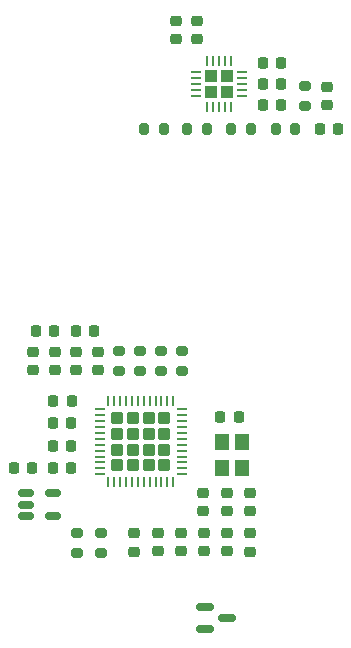
<source format=gbr>
%TF.GenerationSoftware,KiCad,Pcbnew,7.0.9*%
%TF.CreationDate,2024-03-08T21:09:09+01:00*%
%TF.ProjectId,SI4684,53493436-3834-42e6-9b69-6361645f7063,A*%
%TF.SameCoordinates,Original*%
%TF.FileFunction,Paste,Top*%
%TF.FilePolarity,Positive*%
%FSLAX46Y46*%
G04 Gerber Fmt 4.6, Leading zero omitted, Abs format (unit mm)*
G04 Created by KiCad (PCBNEW 7.0.9) date 2024-03-08 21:09:09*
%MOMM*%
%LPD*%
G01*
G04 APERTURE LIST*
G04 Aperture macros list*
%AMRoundRect*
0 Rectangle with rounded corners*
0 $1 Rounding radius*
0 $2 $3 $4 $5 $6 $7 $8 $9 X,Y pos of 4 corners*
0 Add a 4 corners polygon primitive as box body*
4,1,4,$2,$3,$4,$5,$6,$7,$8,$9,$2,$3,0*
0 Add four circle primitives for the rounded corners*
1,1,$1+$1,$2,$3*
1,1,$1+$1,$4,$5*
1,1,$1+$1,$6,$7*
1,1,$1+$1,$8,$9*
0 Add four rect primitives between the rounded corners*
20,1,$1+$1,$2,$3,$4,$5,0*
20,1,$1+$1,$4,$5,$6,$7,0*
20,1,$1+$1,$6,$7,$8,$9,0*
20,1,$1+$1,$8,$9,$2,$3,0*%
G04 Aperture macros list end*
%ADD10RoundRect,0.225000X-0.225000X-0.250000X0.225000X-0.250000X0.225000X0.250000X-0.225000X0.250000X0*%
%ADD11RoundRect,0.225000X-0.250000X0.225000X-0.250000X-0.225000X0.250000X-0.225000X0.250000X0.225000X0*%
%ADD12R,1.200000X1.400000*%
%ADD13RoundRect,0.150000X-0.587500X-0.150000X0.587500X-0.150000X0.587500X0.150000X-0.587500X0.150000X0*%
%ADD14RoundRect,0.200000X0.275000X-0.200000X0.275000X0.200000X-0.275000X0.200000X-0.275000X-0.200000X0*%
%ADD15RoundRect,0.218750X0.256250X-0.218750X0.256250X0.218750X-0.256250X0.218750X-0.256250X-0.218750X0*%
%ADD16RoundRect,0.200000X-0.200000X-0.275000X0.200000X-0.275000X0.200000X0.275000X-0.200000X0.275000X0*%
%ADD17RoundRect,0.225000X0.250000X-0.225000X0.250000X0.225000X-0.250000X0.225000X-0.250000X-0.225000X0*%
%ADD18RoundRect,0.250000X-0.295000X-0.295000X0.295000X-0.295000X0.295000X0.295000X-0.295000X0.295000X0*%
%ADD19RoundRect,0.062500X-0.337500X-0.062500X0.337500X-0.062500X0.337500X0.062500X-0.337500X0.062500X0*%
%ADD20RoundRect,0.062500X-0.062500X-0.337500X0.062500X-0.337500X0.062500X0.337500X-0.062500X0.337500X0*%
%ADD21RoundRect,0.225000X0.225000X0.250000X-0.225000X0.250000X-0.225000X-0.250000X0.225000X-0.250000X0*%
%ADD22RoundRect,0.200000X0.200000X0.275000X-0.200000X0.275000X-0.200000X-0.275000X0.200000X-0.275000X0*%
%ADD23RoundRect,0.250000X0.285000X-0.285000X0.285000X0.285000X-0.285000X0.285000X-0.285000X-0.285000X0*%
%ADD24RoundRect,0.062500X0.062500X-0.337500X0.062500X0.337500X-0.062500X0.337500X-0.062500X-0.337500X0*%
%ADD25RoundRect,0.062500X0.337500X-0.062500X0.337500X0.062500X-0.337500X0.062500X-0.337500X-0.062500X0*%
%ADD26RoundRect,0.218750X-0.256250X0.218750X-0.256250X-0.218750X0.256250X-0.218750X0.256250X0.218750X0*%
%ADD27RoundRect,0.150000X-0.512500X-0.150000X0.512500X-0.150000X0.512500X0.150000X-0.512500X0.150000X0*%
G04 APERTURE END LIST*
D10*
%TO.C,C17*%
X123409800Y-106451400D03*
X124959800Y-106451400D03*
%TD*%
D11*
%TO.C,C5*%
X120083000Y-116280600D03*
X120083000Y-117830600D03*
%TD*%
D12*
%TO.C,X1*%
X123564600Y-108551800D03*
X123564600Y-110751800D03*
X125264600Y-110751800D03*
X125264600Y-108551800D03*
%TD*%
D13*
%TO.C,D1*%
X122091900Y-122494000D03*
X122091900Y-124394000D03*
X123966900Y-123444000D03*
%TD*%
D14*
%TO.C,R5*%
X120142000Y-102539800D03*
X120142000Y-100889800D03*
%TD*%
D15*
%TO.C,L1*%
X122013400Y-117830600D03*
X122013400Y-116255600D03*
%TD*%
D10*
%TO.C,C35*%
X107789400Y-99136200D03*
X109339400Y-99136200D03*
%TD*%
%TO.C,C19*%
X126987000Y-78232000D03*
X128537000Y-78232000D03*
%TD*%
D15*
%TO.C,L2*%
X125925000Y-117830800D03*
X125925000Y-116255800D03*
%TD*%
D16*
%TO.C,R10*%
X128080000Y-82042000D03*
X129730000Y-82042000D03*
%TD*%
D14*
%TO.C,R25*%
X113284000Y-117919000D03*
X113284000Y-116269000D03*
%TD*%
D10*
%TO.C,C26*%
X111180000Y-99136200D03*
X112730000Y-99136200D03*
%TD*%
D14*
%TO.C,R11*%
X130556000Y-80073000D03*
X130556000Y-78423000D03*
%TD*%
D17*
%TO.C,C7*%
X123943800Y-114402200D03*
X123943800Y-112852200D03*
%TD*%
%TO.C,C29*%
X109364200Y-102489800D03*
X109364200Y-100939800D03*
%TD*%
%TO.C,C12*%
X121962600Y-114402200D03*
X121962600Y-112852200D03*
%TD*%
D18*
%TO.C,U5*%
X122597000Y-77573000D03*
X122597000Y-78923000D03*
X123947000Y-77573000D03*
X123947000Y-78923000D03*
D19*
X121322000Y-77248000D03*
X121322000Y-77748000D03*
X121322000Y-78248000D03*
X121322000Y-78748000D03*
X121322000Y-79248000D03*
D20*
X122272000Y-80198000D03*
X122772000Y-80198000D03*
X123272000Y-80198000D03*
X123772000Y-80198000D03*
X124272000Y-80198000D03*
D19*
X125222000Y-79248000D03*
X125222000Y-78748000D03*
X125222000Y-78248000D03*
X125222000Y-77748000D03*
X125222000Y-77248000D03*
D20*
X124272000Y-76298000D03*
X123772000Y-76298000D03*
X123272000Y-76298000D03*
X122772000Y-76298000D03*
X122272000Y-76298000D03*
%TD*%
D17*
%TO.C,C3*%
X123943800Y-117805800D03*
X123943800Y-116255800D03*
%TD*%
D14*
%TO.C,R26*%
X111252000Y-117919000D03*
X111252000Y-116269000D03*
%TD*%
D21*
%TO.C,C40*%
X110786600Y-106959400D03*
X109236600Y-106959400D03*
%TD*%
D22*
%TO.C,R8*%
X122237000Y-82042000D03*
X120587000Y-82042000D03*
%TD*%
D21*
%TO.C,C41*%
X110786600Y-108889800D03*
X109236600Y-108889800D03*
%TD*%
D16*
%TO.C,R1*%
X116968000Y-82042000D03*
X118618000Y-82042000D03*
%TD*%
D23*
%TO.C,U3*%
X114684600Y-110518600D03*
X116004600Y-110518600D03*
X117324600Y-110518600D03*
X118644600Y-110518600D03*
X114684600Y-109198600D03*
X116004600Y-109198600D03*
X117324600Y-109198600D03*
X118644600Y-109198600D03*
X114684600Y-107878600D03*
X116004600Y-107878600D03*
X117324600Y-107878600D03*
X118644600Y-107878600D03*
X114684600Y-106558600D03*
X116004600Y-106558600D03*
X117324600Y-106558600D03*
X118644600Y-106558600D03*
D24*
X113914600Y-111988600D03*
X114414600Y-111988600D03*
X114914600Y-111988600D03*
X115414600Y-111988600D03*
X115914600Y-111988600D03*
X116414600Y-111988600D03*
X116914600Y-111988600D03*
X117414600Y-111988600D03*
X117914600Y-111988600D03*
X118414600Y-111988600D03*
X118914600Y-111988600D03*
X119414600Y-111988600D03*
D25*
X120114600Y-111288600D03*
X120114600Y-110788600D03*
X120114600Y-110288600D03*
X120114600Y-109788600D03*
X120114600Y-109288600D03*
X120114600Y-108788600D03*
X120114600Y-108288600D03*
X120114600Y-107788600D03*
X120114600Y-107288600D03*
X120114600Y-106788600D03*
X120114600Y-106288600D03*
X120114600Y-105788600D03*
D24*
X119414600Y-105088600D03*
X118914600Y-105088600D03*
X118414600Y-105088600D03*
X117914600Y-105088600D03*
X117414600Y-105088600D03*
X116914600Y-105088600D03*
X116414600Y-105088600D03*
X115914600Y-105088600D03*
X115414600Y-105088600D03*
X114914600Y-105088600D03*
X114414600Y-105088600D03*
X113914600Y-105088600D03*
D25*
X113214600Y-105788600D03*
X113214600Y-106288600D03*
X113214600Y-106788600D03*
X113214600Y-107288600D03*
X113214600Y-107788600D03*
X113214600Y-108288600D03*
X113214600Y-108788600D03*
X113214600Y-109288600D03*
X113214600Y-109788600D03*
X113214600Y-110288600D03*
X113214600Y-110788600D03*
X113214600Y-111288600D03*
%TD*%
D10*
%TO.C,C15*%
X126987000Y-80010000D03*
X128537000Y-80010000D03*
%TD*%
D21*
%TO.C,C38*%
X110799600Y-105130600D03*
X109249600Y-105130600D03*
%TD*%
D14*
%TO.C,R3*%
X116586000Y-102539800D03*
X116586000Y-100889800D03*
%TD*%
D26*
%TO.C,L3*%
X118152600Y-116255600D03*
X118152600Y-117830600D03*
%TD*%
D17*
%TO.C,C6*%
X125925000Y-114402200D03*
X125925000Y-112852200D03*
%TD*%
D15*
%TO.C,L4*%
X116120600Y-117830800D03*
X116120600Y-116255800D03*
%TD*%
D14*
%TO.C,R2*%
X114808000Y-102539800D03*
X114808000Y-100889800D03*
%TD*%
D17*
%TO.C,C14*%
X119634000Y-74435000D03*
X119634000Y-72885000D03*
%TD*%
D10*
%TO.C,C4*%
X109207000Y-110744000D03*
X110757000Y-110744000D03*
%TD*%
D14*
%TO.C,R4*%
X118364000Y-102539800D03*
X118364000Y-100889800D03*
%TD*%
D10*
%TO.C,C21*%
X126974000Y-76454000D03*
X128524000Y-76454000D03*
%TD*%
D17*
%TO.C,C30*%
X107535400Y-102489800D03*
X107535400Y-100939800D03*
%TD*%
%TO.C,C25*%
X111193000Y-102489800D03*
X111193000Y-100939800D03*
%TD*%
%TO.C,C23*%
X113021800Y-102489800D03*
X113021800Y-100939800D03*
%TD*%
%TO.C,C18*%
X121412000Y-74448000D03*
X121412000Y-72898000D03*
%TD*%
D10*
%TO.C,C34*%
X131813000Y-82042000D03*
X133363000Y-82042000D03*
%TD*%
D21*
%TO.C,C1*%
X107455000Y-110744000D03*
X105905000Y-110744000D03*
%TD*%
D27*
%TO.C,U1*%
X106945000Y-112908000D03*
X106945000Y-113858000D03*
X106945000Y-114808000D03*
X109220000Y-114808000D03*
X109220000Y-112908000D03*
%TD*%
D11*
%TO.C,C39*%
X132461000Y-78473000D03*
X132461000Y-80023000D03*
%TD*%
D16*
%TO.C,R9*%
X124334000Y-82042000D03*
X125984000Y-82042000D03*
%TD*%
M02*

</source>
